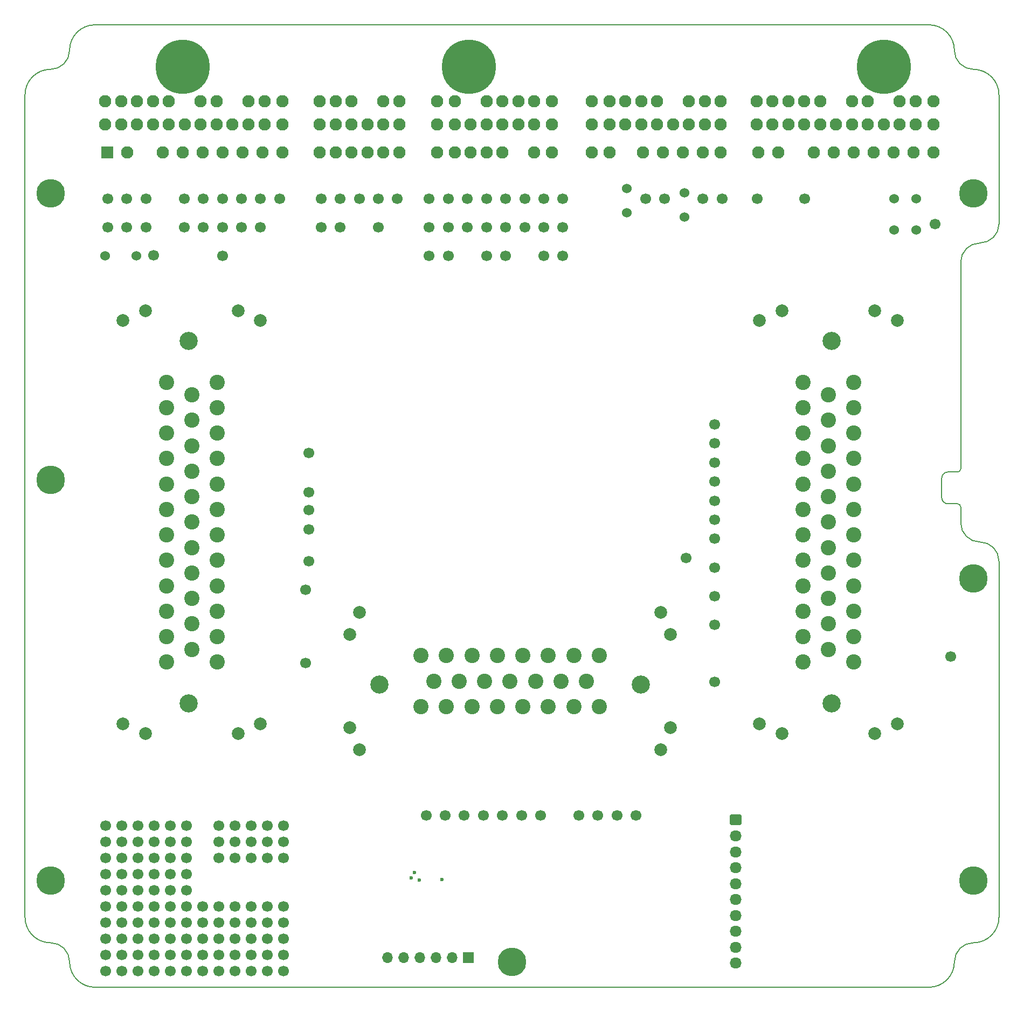
<source format=gbs>
%TF.GenerationSoftware,KiCad,Pcbnew,(5.99.0-12439-g94954386e6)*%
%TF.CreationDate,2021-10-03T01:37:18+03:00*%
%TF.ProjectId,proteus125honda,70726f74-6575-4733-9132-35686f6e6461,rev?*%
%TF.SameCoordinates,Original*%
%TF.FileFunction,Soldermask,Bot*%
%TF.FilePolarity,Negative*%
%FSLAX46Y46*%
G04 Gerber Fmt 4.6, Leading zero omitted, Abs format (unit mm)*
G04 Created by KiCad (PCBNEW (5.99.0-12439-g94954386e6)) date 2021-10-03 01:37:18*
%MOMM*%
%LPD*%
G01*
G04 APERTURE LIST*
G04 Aperture macros list*
%AMRoundRect*
0 Rectangle with rounded corners*
0 $1 Rounding radius*
0 $2 $3 $4 $5 $6 $7 $8 $9 X,Y pos of 4 corners*
0 Add a 4 corners polygon primitive as box body*
4,1,4,$2,$3,$4,$5,$6,$7,$8,$9,$2,$3,0*
0 Add four circle primitives for the rounded corners*
1,1,$1+$1,$2,$3*
1,1,$1+$1,$4,$5*
1,1,$1+$1,$6,$7*
1,1,$1+$1,$8,$9*
0 Add four rect primitives between the rounded corners*
20,1,$1+$1,$2,$3,$4,$5,0*
20,1,$1+$1,$4,$5,$6,$7,0*
20,1,$1+$1,$6,$7,$8,$9,0*
20,1,$1+$1,$8,$9,$2,$3,0*%
G04 Aperture macros list end*
%TA.AperFunction,Profile*%
%ADD10C,0.200000*%
%TD*%
%ADD11RoundRect,0.250000X-0.675000X0.600000X-0.675000X-0.600000X0.675000X-0.600000X0.675000X0.600000X0*%
%ADD12O,1.850000X1.700000*%
%ADD13C,1.700000*%
%ADD14C,1.524000*%
%ADD15C,0.599999*%
%ADD16C,4.500000*%
%ADD17R,1.700000X1.700000*%
%ADD18O,1.700000X1.700000*%
%ADD19C,2.850000*%
%ADD20C,2.000000*%
%ADD21C,2.400000*%
%ADD22C,1.950000*%
%ADD23R,1.950000X1.950000*%
%ADD24C,8.500000*%
G04 APERTURE END LIST*
D10*
X99000001Y-73500001D02*
G75*
G03*
X102000000Y-70500000I-1J3000000D01*
G01*
X248000000Y-97800000D02*
X248000000Y-77500000D01*
X101999996Y-213800002D02*
G75*
G03*
X105999998Y-217800000I4000000J2D01*
G01*
X106000000Y-66500000D02*
X237000000Y-66500000D01*
X244000002Y-210799998D02*
G75*
G03*
X248000000Y-206800000I0J3999998D01*
G01*
X241500000Y-141800000D02*
X240000000Y-141800000D01*
X106000000Y-217800000D02*
X237000000Y-217800000D01*
X239000003Y-140800003D02*
G75*
G03*
X240000000Y-141800000I999997J0D01*
G01*
X98999996Y-210799998D02*
G75*
G02*
X94999998Y-206800000I0J3999998D01*
G01*
X239000000Y-140800000D02*
X239000000Y-137800000D01*
X242000000Y-103800000D02*
G75*
G02*
X245000000Y-100800000I3000000J0D01*
G01*
X244000000Y-210800000D02*
G75*
G03*
X241000000Y-213800000I0J-3000000D01*
G01*
X101999997Y-70499999D02*
G75*
G02*
X106000000Y-66500000I4000001J-2D01*
G01*
X94999998Y-206800000D02*
X95000000Y-77500000D01*
X241000003Y-70499999D02*
G75*
G03*
X237000000Y-66500000I-4000001J-2D01*
G01*
X245000000Y-147800000D02*
G75*
G02*
X248000000Y-150800000I0J-3000000D01*
G01*
X240000000Y-136800000D02*
X241500000Y-136800000D01*
X98999998Y-210800000D02*
G75*
G02*
X101999998Y-213800000I0J-3000000D01*
G01*
X243999999Y-73500001D02*
G75*
G02*
X241000000Y-70500000I1J3000000D01*
G01*
X241500001Y-141799999D02*
G75*
G02*
X242000000Y-142300000I-1J-500000D01*
G01*
X241500001Y-136799999D02*
G75*
G03*
X242000000Y-136300000I0J499999D01*
G01*
X238999997Y-137799997D02*
G75*
G02*
X240000000Y-136800000I1000000J-3D01*
G01*
X242000000Y-136300000D02*
X242000000Y-103800000D01*
X242000000Y-144800000D02*
X242000000Y-142300000D01*
X245000000Y-100800000D02*
G75*
G03*
X248000000Y-97800000I0J3000000D01*
G01*
X241000002Y-213800002D02*
G75*
G02*
X237000000Y-217800000I-4000000J2D01*
G01*
X98999999Y-73500001D02*
G75*
G03*
X95000000Y-77500000I0J-3999999D01*
G01*
X242000000Y-144800000D02*
G75*
G03*
X245000000Y-147800000I3000000J0D01*
G01*
X248000000Y-206800000D02*
X248000000Y-150800000D01*
X244000001Y-73500001D02*
G75*
G02*
X248000000Y-77500000I0J-3999999D01*
G01*
D11*
%TO.C,J2*%
X206600000Y-191500000D03*
D12*
X206600000Y-194000000D03*
X206600000Y-196500000D03*
X206600000Y-199000000D03*
X206600000Y-201500000D03*
X206600000Y-204000000D03*
X206600000Y-206500000D03*
X206600000Y-209000000D03*
X206600000Y-211500000D03*
X206600000Y-214000000D03*
%TD*%
D13*
%TO.C,P69*%
X203349999Y-147300000D03*
%TD*%
%TO.C,P12*%
X167500000Y-93800000D03*
%TD*%
%TO.C,P51*%
X126000000Y-102800000D03*
%TD*%
%TO.C,P86*%
X139549999Y-133800000D03*
%TD*%
%TO.C,P32*%
X147500000Y-93800000D03*
%TD*%
%TO.C,G7*%
X115320000Y-202560000D03*
X115320000Y-200020000D03*
X115320000Y-197480000D03*
X115320000Y-194940000D03*
X115320000Y-192400000D03*
X117860000Y-202560000D03*
X117860000Y-200020000D03*
X117860000Y-197480000D03*
X117860000Y-194940000D03*
X117860000Y-192400000D03*
X120400000Y-202560000D03*
X120400000Y-200020000D03*
X120400000Y-197480000D03*
X120400000Y-194940000D03*
X120400000Y-192400000D03*
%TD*%
%TO.C,P79*%
X176000000Y-190800000D03*
%TD*%
%TO.C,P40*%
X135000000Y-93800000D03*
%TD*%
%TO.C,P80*%
X188000000Y-190800000D03*
%TD*%
%TO.C,P50*%
X132000000Y-98300000D03*
%TD*%
%TO.C,P24*%
X179500000Y-102800000D03*
%TD*%
D14*
%TO.C,F2*%
X231500000Y-93850000D03*
X231500000Y-98750000D03*
%TD*%
D15*
%TO.C,M2*%
X155656662Y-200637498D03*
X156181662Y-199762496D03*
X156931660Y-200937500D03*
X160481661Y-200862497D03*
%TD*%
D13*
%TO.C,P71*%
X203349999Y-156300000D03*
%TD*%
%TO.C,P60*%
X203349999Y-160800000D03*
%TD*%
%TO.C,G2*%
X107700000Y-202560000D03*
X107700000Y-200020000D03*
X107700000Y-197480000D03*
X107700000Y-194940000D03*
X107700000Y-192400000D03*
X110240000Y-202560000D03*
X110240000Y-200020000D03*
X110240000Y-197480000D03*
X110240000Y-194940000D03*
X110240000Y-192400000D03*
X112780000Y-202560000D03*
X112780000Y-200020000D03*
X112780000Y-197480000D03*
X112780000Y-194940000D03*
X112780000Y-192400000D03*
%TD*%
%TO.C,P83*%
X173000000Y-190800000D03*
%TD*%
%TO.C,G5*%
X135640000Y-197480000D03*
X133100000Y-197480000D03*
X130560000Y-197480000D03*
X128020000Y-197480000D03*
X125480000Y-197480000D03*
X135640000Y-194940000D03*
X133100000Y-194940000D03*
X130560000Y-194940000D03*
X128020000Y-194940000D03*
X125480000Y-194940000D03*
X135640000Y-192400000D03*
X133100000Y-192400000D03*
X130560000Y-192400000D03*
X128020000Y-192400000D03*
X125480000Y-192400000D03*
%TD*%
%TO.C,P16*%
X179500000Y-98300000D03*
%TD*%
%TO.C,P11*%
X170500000Y-93800000D03*
%TD*%
%TO.C,P65*%
X203349999Y-135300000D03*
%TD*%
%TO.C,P19*%
X170500000Y-98300000D03*
%TD*%
%TO.C,P78*%
X185000000Y-190800000D03*
%TD*%
D16*
%TO.C,J9*%
X99050000Y-93000000D03*
%TD*%
D13*
%TO.C,P66*%
X203349999Y-138300000D03*
%TD*%
%TO.C,P21*%
X164500000Y-98300000D03*
%TD*%
%TO.C,P1*%
X238000000Y-97800000D03*
%TD*%
%TO.C,P82*%
X182000000Y-190800000D03*
%TD*%
%TO.C,P38*%
X141500000Y-98300000D03*
%TD*%
%TO.C,P94*%
X139049999Y-155300000D03*
%TD*%
D14*
%TO.C,F1*%
X235000000Y-93850000D03*
X235000000Y-98750000D03*
%TD*%
D13*
%TO.C,P73*%
X158000000Y-190800000D03*
%TD*%
D14*
%TO.C,R2*%
X198600000Y-92895000D03*
X198600000Y-96705000D03*
%TD*%
D13*
%TO.C,P81*%
X191000000Y-190800000D03*
%TD*%
%TO.C,P29*%
X161500000Y-102800000D03*
%TD*%
D16*
%TO.C,J13*%
X99050000Y-201000000D03*
%TD*%
D13*
%TO.C,P9*%
X179500000Y-93800000D03*
%TD*%
%TO.C,P53*%
X120000000Y-98300000D03*
%TD*%
%TO.C,P27*%
X170500000Y-102800000D03*
%TD*%
%TO.C,P37*%
X144500000Y-98300000D03*
%TD*%
%TO.C,P43*%
X129000000Y-98300000D03*
%TD*%
D16*
%TO.C,J10*%
X171500000Y-213850000D03*
%TD*%
D13*
%TO.C,P44*%
X126000000Y-93800000D03*
%TD*%
D16*
%TO.C,J8*%
X243950000Y-153500000D03*
%TD*%
D13*
%TO.C,P3*%
X210000000Y-93800000D03*
%TD*%
D17*
%TO.C,J3*%
X164660000Y-213100000D03*
D18*
X162120000Y-213100000D03*
X159580000Y-213100000D03*
X157040000Y-213100000D03*
X154500000Y-213100000D03*
X151960000Y-213100000D03*
%TD*%
D13*
%TO.C,P92*%
X111000000Y-93800000D03*
%TD*%
%TO.C,P89*%
X192500000Y-93800000D03*
%TD*%
%TO.C,P8*%
X195500000Y-93800000D03*
%TD*%
%TO.C,P74*%
X167000000Y-190800000D03*
%TD*%
%TO.C,P42*%
X129000000Y-93800000D03*
%TD*%
%TO.C,P6*%
X204500000Y-93800000D03*
%TD*%
%TO.C,P31*%
X150500000Y-93800000D03*
%TD*%
%TO.C,P67*%
X203349999Y-141300000D03*
%TD*%
%TO.C,P57*%
X203300000Y-129300000D03*
%TD*%
%TO.C,P35*%
X153500000Y-93800000D03*
%TD*%
%TO.C,P13*%
X164500000Y-93800000D03*
%TD*%
%TO.C,P46*%
X120000000Y-93800000D03*
%TD*%
%TO.C,P10*%
X176500000Y-93800000D03*
%TD*%
%TO.C,P72*%
X203349999Y-169800000D03*
%TD*%
%TO.C,P15*%
X158500000Y-93800000D03*
%TD*%
%TO.C,P61*%
X203349999Y-151800000D03*
%TD*%
%TO.C,P95*%
X139549999Y-150800000D03*
%TD*%
%TO.C,P26*%
X173500000Y-98300000D03*
%TD*%
%TO.C,P36*%
X150500000Y-98300000D03*
%TD*%
%TO.C,G1*%
X122940001Y-215260000D03*
X122940001Y-212720000D03*
X122940001Y-210180000D03*
X122940001Y-207640000D03*
X122940001Y-205100000D03*
X125480001Y-215260000D03*
X125480001Y-212720000D03*
X125480001Y-210180000D03*
X125480001Y-207640000D03*
X125480001Y-205100000D03*
X128020001Y-215260000D03*
X128020001Y-212720000D03*
X128020001Y-210180000D03*
X128020001Y-207640000D03*
X128020001Y-205100000D03*
%TD*%
%TO.C,P49*%
X108000000Y-93800000D03*
%TD*%
%TO.C,P96*%
X139049999Y-166800000D03*
%TD*%
%TO.C,G8*%
X107700000Y-215260000D03*
X107700000Y-212720000D03*
X107700000Y-210180000D03*
X107700000Y-207640000D03*
X107700000Y-205100000D03*
X110240000Y-215260000D03*
X110240000Y-212720000D03*
X110240000Y-210180000D03*
X110240000Y-207640000D03*
X110240000Y-205100000D03*
X112780000Y-215260000D03*
X112780000Y-212720000D03*
X112780000Y-210180000D03*
X112780000Y-207640000D03*
X112780000Y-205100000D03*
%TD*%
%TO.C,P18*%
X173500000Y-93800000D03*
%TD*%
%TO.C,P30*%
X158500000Y-102800000D03*
%TD*%
%TO.C,P88*%
X139549999Y-139950000D03*
%TD*%
%TO.C,G4*%
X115320000Y-215259999D03*
X115320000Y-212719999D03*
X115320000Y-210179999D03*
X115320000Y-207639999D03*
X115320000Y-205099999D03*
X117860000Y-215259999D03*
X117860000Y-212719999D03*
X117860000Y-210179999D03*
X117860000Y-207639999D03*
X117860000Y-205099999D03*
X120400000Y-215259999D03*
X120400000Y-212719999D03*
X120400000Y-210179999D03*
X120400000Y-207639999D03*
X120400000Y-205099999D03*
%TD*%
%TO.C,P17*%
X176500000Y-98300000D03*
%TD*%
%TO.C,P75*%
X170000000Y-190800000D03*
%TD*%
%TO.C,P45*%
X123000000Y-93800000D03*
%TD*%
%TO.C,P14*%
X161500000Y-93800000D03*
%TD*%
D16*
%TO.C,J11*%
X243950000Y-93000000D03*
%TD*%
D14*
%TO.C,R3*%
X189500000Y-92195000D03*
X189500000Y-96005000D03*
%TD*%
D13*
%TO.C,P76*%
X161000000Y-190800000D03*
%TD*%
%TO.C,P90*%
X108000000Y-98300000D03*
%TD*%
%TO.C,P91*%
X126000000Y-98300000D03*
%TD*%
%TO.C,P58*%
X240400000Y-165800000D03*
%TD*%
%TO.C,P20*%
X167500000Y-98300000D03*
%TD*%
D16*
%TO.C,J7*%
X99050000Y-138000000D03*
%TD*%
D19*
%TO.C,BRD1*%
X191700000Y-170175000D03*
D20*
X232000000Y-176375000D03*
X128500000Y-177875000D03*
X110400000Y-112975000D03*
X228500000Y-111475000D03*
X196400000Y-162375000D03*
X228500000Y-177875000D03*
X210400000Y-176375000D03*
X113900000Y-111475000D03*
X147500000Y-158875000D03*
X132000000Y-176375000D03*
X146000000Y-162375000D03*
X132000000Y-112975000D03*
X194900000Y-158875000D03*
X210400000Y-112975000D03*
D19*
X150700000Y-170175000D03*
D20*
X128500000Y-111475000D03*
X113900000Y-177875000D03*
X110400000Y-176375000D03*
X213900000Y-111475000D03*
X147500000Y-180475000D03*
X194900000Y-180475000D03*
D19*
X120700000Y-173175000D03*
X120700000Y-116175000D03*
X221700000Y-116175000D03*
D20*
X232000000Y-112975000D03*
X213900000Y-177875000D03*
X146000000Y-176975000D03*
D19*
X221700000Y-173175000D03*
D20*
X196400000Y-176975000D03*
D21*
X225200000Y-166675000D03*
X225200000Y-162675000D03*
X225200000Y-158675000D03*
X225200000Y-154675000D03*
X225200000Y-150675000D03*
X225200000Y-146675000D03*
X225200000Y-142675000D03*
X225200000Y-138675000D03*
X225200000Y-134675000D03*
X225200000Y-130675000D03*
X225200000Y-126675000D03*
X225200000Y-122675000D03*
X221200000Y-164675000D03*
X221200000Y-160675000D03*
X221200000Y-156675000D03*
X221200000Y-152675000D03*
X221200000Y-148675000D03*
X221200000Y-144675000D03*
X221200000Y-140675000D03*
X221200000Y-136675000D03*
X221200000Y-132675000D03*
X221200000Y-128675000D03*
X221200000Y-124675000D03*
X217200000Y-166675000D03*
X217200000Y-162675000D03*
X217200000Y-158675000D03*
X217200000Y-154675000D03*
X217200000Y-150675000D03*
X217200000Y-146675000D03*
X217200000Y-142675000D03*
X217200000Y-138675000D03*
X217200000Y-134675000D03*
X217200000Y-130675000D03*
X217200000Y-126675000D03*
X217200000Y-122675000D03*
X157200000Y-173675000D03*
X161200000Y-173675000D03*
X165200000Y-173675000D03*
X169200000Y-173675000D03*
X173200000Y-173675000D03*
X177200000Y-173675000D03*
X181200000Y-173675000D03*
X185200000Y-173675000D03*
X159200000Y-169675000D03*
X163200000Y-169675000D03*
X167200000Y-169675000D03*
X171200000Y-169675000D03*
X175200000Y-169675000D03*
X179200000Y-169675000D03*
X183200000Y-169675000D03*
X157200000Y-165675000D03*
X161200000Y-165675000D03*
X165200000Y-165675000D03*
X169200000Y-165675000D03*
X173200000Y-165675000D03*
X177200000Y-165675000D03*
X181200000Y-165675000D03*
X185200000Y-165675000D03*
X117200000Y-122675000D03*
X117200000Y-126675000D03*
X117200000Y-130675000D03*
X117200000Y-134675000D03*
X117200000Y-138675000D03*
X117200000Y-142675000D03*
X117200000Y-146675000D03*
X117200000Y-150675000D03*
X117200000Y-154675000D03*
X117200000Y-158675000D03*
X117200000Y-162675000D03*
X117200000Y-166675000D03*
X121200000Y-124675000D03*
X121200000Y-128675000D03*
X121200000Y-132675000D03*
X121200000Y-136675000D03*
X121200000Y-140675000D03*
X121200000Y-144675000D03*
X121200000Y-148675000D03*
X121200000Y-152675000D03*
X121200000Y-156675000D03*
X121200000Y-160675000D03*
X121200000Y-164675000D03*
X125200000Y-122675000D03*
X125200000Y-126675000D03*
X125200000Y-130675000D03*
X125200000Y-134675000D03*
X125200000Y-138675000D03*
X125200000Y-142675000D03*
X125200000Y-146675000D03*
X125200000Y-150675000D03*
X125200000Y-154675000D03*
X125200000Y-158675000D03*
X125200000Y-162675000D03*
X125200000Y-166675000D03*
%TD*%
D13*
%TO.C,P87*%
X139549999Y-142800000D03*
%TD*%
%TO.C,P7*%
X201500000Y-93800000D03*
%TD*%
%TO.C,P55*%
X115200000Y-102700000D03*
%TD*%
%TO.C,P77*%
X164000000Y-190800000D03*
%TD*%
%TO.C,P52*%
X123000000Y-98300000D03*
%TD*%
%TO.C,P25*%
X176500000Y-102800000D03*
%TD*%
%TO.C,P93*%
X139549999Y-145800000D03*
%TD*%
%TO.C,P70*%
X198849999Y-150300000D03*
%TD*%
%TO.C,P22*%
X161500000Y-98300000D03*
%TD*%
%TO.C,P2*%
X217500000Y-93800000D03*
%TD*%
D14*
%TO.C,F3*%
X107550000Y-102800000D03*
X112450000Y-102800000D03*
%TD*%
D13*
%TO.C,P34*%
X141500000Y-93800000D03*
%TD*%
%TO.C,P28*%
X167500000Y-102800000D03*
%TD*%
%TO.C,P41*%
X132000000Y-93800000D03*
%TD*%
D16*
%TO.C,J12*%
X243950000Y-201000000D03*
%TD*%
D22*
%TO.C,J1*%
X237700000Y-86550000D03*
X234570000Y-86550000D03*
X231440000Y-86550000D03*
X228310000Y-86550000D03*
X225180000Y-86550000D03*
X222050000Y-86550000D03*
X218920000Y-86550000D03*
X213330000Y-86550000D03*
X210200000Y-86550000D03*
X237700000Y-82150000D03*
X234900000Y-82150000D03*
X232400000Y-82150000D03*
X229900000Y-82150000D03*
X227400000Y-82150000D03*
X224900000Y-82150000D03*
X222400000Y-82150000D03*
X219900000Y-82150000D03*
X217400000Y-82150000D03*
X214900000Y-82150000D03*
X212400000Y-82150000D03*
X209900000Y-82150000D03*
X237700000Y-78550000D03*
X234900000Y-78550000D03*
X232400000Y-78550000D03*
X227400000Y-78550000D03*
X224900000Y-78550000D03*
X219900000Y-78550000D03*
X217400000Y-78550000D03*
X214900000Y-78550000D03*
X212400000Y-78550000D03*
X209900000Y-78550000D03*
X204300000Y-86550000D03*
X201500000Y-86550000D03*
X198370000Y-86550000D03*
X195240000Y-86550000D03*
X192110000Y-86550000D03*
X186800000Y-86550000D03*
X184000000Y-86550000D03*
X204300000Y-82150000D03*
X201800000Y-82150000D03*
X199300000Y-82150000D03*
X196800000Y-82150000D03*
X194300000Y-82150000D03*
X191800000Y-82150000D03*
X189300000Y-82150000D03*
X186800000Y-82150000D03*
X184000000Y-82150000D03*
X204300000Y-78550000D03*
X201800000Y-78550000D03*
X199300000Y-78550000D03*
X194300000Y-78550000D03*
X191800000Y-78550000D03*
X189300000Y-78550000D03*
X186800000Y-78550000D03*
X184000000Y-78550000D03*
X177800000Y-86550000D03*
X175000000Y-86550000D03*
X170000000Y-86550000D03*
X167500000Y-86550000D03*
X165000000Y-86550000D03*
X162500000Y-86550000D03*
X159700000Y-86550000D03*
X177800000Y-82150000D03*
X175000000Y-82150000D03*
X172500000Y-82150000D03*
X170000000Y-82150000D03*
X167500000Y-82150000D03*
X165000000Y-82150000D03*
X162500000Y-82150000D03*
X159700000Y-82150000D03*
X177800000Y-78550000D03*
X175000000Y-78550000D03*
X172500000Y-78550000D03*
X170000000Y-78550000D03*
X167500000Y-78550000D03*
X162500000Y-78550000D03*
X159700000Y-78550000D03*
X153800000Y-86550000D03*
X151300000Y-86550000D03*
X148800000Y-86550000D03*
X146300000Y-86550000D03*
X143800000Y-86550000D03*
X141300000Y-86550000D03*
X153800000Y-82150000D03*
X151300000Y-82150000D03*
X148800000Y-82150000D03*
X146300000Y-82150000D03*
X143800000Y-82150000D03*
X141300000Y-82150000D03*
X153800000Y-78550000D03*
X151300000Y-78550000D03*
X146300000Y-78550000D03*
X143800000Y-78550000D03*
X141300000Y-78550000D03*
X135400000Y-86550000D03*
X132270000Y-86550000D03*
X129140000Y-86550000D03*
X126010000Y-86550000D03*
X122880000Y-86550000D03*
X119750000Y-86550000D03*
X116620000Y-86550000D03*
X111030000Y-86550000D03*
D23*
X107900000Y-86550000D03*
D22*
X135400000Y-82150000D03*
X132600000Y-82150000D03*
X130100000Y-82150000D03*
X127600000Y-82150000D03*
X125100000Y-82150000D03*
X122600000Y-82150000D03*
X120100000Y-82150000D03*
X117600000Y-82150000D03*
X115100000Y-82150000D03*
X112600000Y-82150000D03*
X110100000Y-82150000D03*
X107600000Y-82150000D03*
X135400000Y-78550000D03*
X132600000Y-78550000D03*
X130100000Y-78550000D03*
X125100000Y-78550000D03*
X122600000Y-78550000D03*
X117600000Y-78550000D03*
X115100000Y-78550000D03*
X112600000Y-78550000D03*
X110100000Y-78550000D03*
X107600000Y-78550000D03*
D24*
X119800000Y-73100000D03*
X164700000Y-73100000D03*
X229900000Y-73100000D03*
%TD*%
D13*
%TO.C,P68*%
X203349999Y-144300000D03*
%TD*%
%TO.C,P54*%
X114000000Y-98300000D03*
%TD*%
%TO.C,G3*%
X130560000Y-215259999D03*
X130560000Y-212719999D03*
X130560000Y-210179999D03*
X130560000Y-207639999D03*
X130560000Y-205099999D03*
X133100000Y-215259999D03*
X133100000Y-212719999D03*
X133100000Y-210179999D03*
X133100000Y-207639999D03*
X133100000Y-205099999D03*
X135640000Y-215259999D03*
X135640000Y-212719999D03*
X135640000Y-210179999D03*
X135640000Y-207639999D03*
X135640000Y-205099999D03*
%TD*%
%TO.C,P48*%
X111000000Y-98300000D03*
%TD*%
%TO.C,P56*%
X203300000Y-132300000D03*
%TD*%
%TO.C,P23*%
X158500000Y-98300000D03*
%TD*%
%TO.C,P33*%
X144500000Y-93800000D03*
%TD*%
%TO.C,P47*%
X114000000Y-93800000D03*
%TD*%
M02*

</source>
